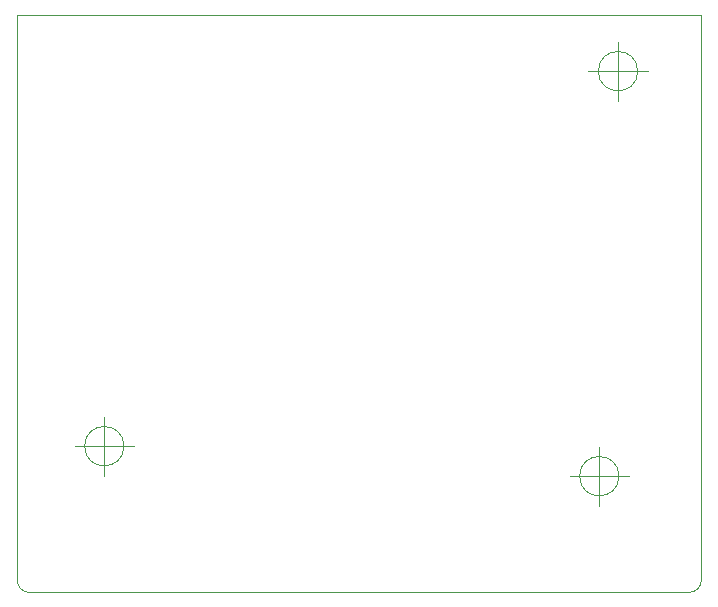
<source format=gbr>
G04 #@! TF.GenerationSoftware,KiCad,Pcbnew,(5.1.5)-3*
G04 #@! TF.CreationDate,2020-07-25T22:57:51-04:00*
G04 #@! TF.ProjectId,c64-cpm-smd,6336342d-6370-46d2-9d73-6d642e6b6963,rev?*
G04 #@! TF.SameCoordinates,Original*
G04 #@! TF.FileFunction,Profile,NP*
%FSLAX46Y46*%
G04 Gerber Fmt 4.6, Leading zero omitted, Abs format (unit mm)*
G04 Created by KiCad (PCBNEW (5.1.5)-3) date 2020-07-25 22:57:51*
%MOMM*%
%LPD*%
G04 APERTURE LIST*
%ADD10C,0.050000*%
%ADD11C,0.025400*%
G04 APERTURE END LIST*
D10*
X178514166Y-107950000D02*
G75*
G03X178514166Y-107950000I-1666666J0D01*
G01*
X174347500Y-107950000D02*
X179347500Y-107950000D01*
X176847500Y-105450000D02*
X176847500Y-110450000D01*
X176926666Y-142240000D02*
G75*
G03X176926666Y-142240000I-1666666J0D01*
G01*
X172760000Y-142240000D02*
X177760000Y-142240000D01*
X175260000Y-139740000D02*
X175260000Y-144740000D01*
X135016666Y-139700000D02*
G75*
G03X135016666Y-139700000I-1666666J0D01*
G01*
X130850000Y-139700000D02*
X135850000Y-139700000D01*
X133350000Y-137200000D02*
X133350000Y-142200000D01*
D11*
X127000000Y-152082500D02*
X182880000Y-152082500D01*
X125984000Y-103187500D02*
X125984000Y-151066500D01*
X183896000Y-103187500D02*
X183896000Y-151066500D01*
X127000000Y-152082500D02*
G75*
G02X125984000Y-151066500I0J1016000D01*
G01*
X125984000Y-103187500D02*
X183896000Y-103187500D01*
X182880000Y-152082500D02*
G75*
G03X183896000Y-151066500I0J1016000D01*
G01*
M02*

</source>
